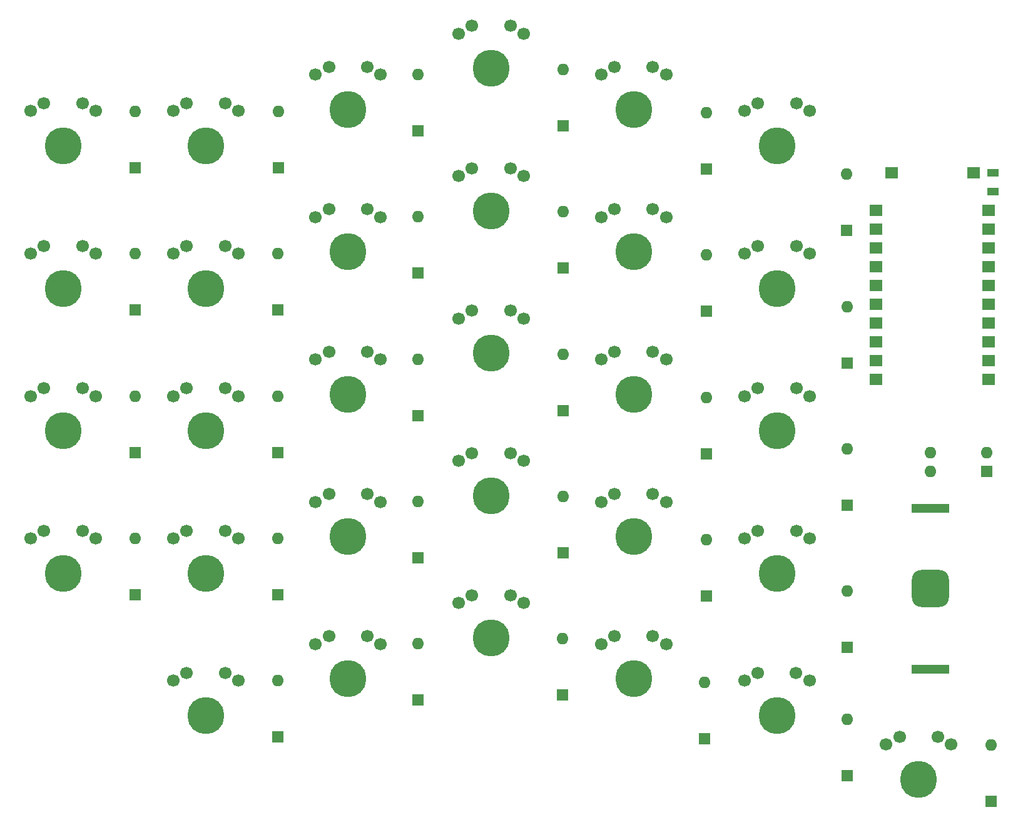
<source format=gbr>
%TF.GenerationSoftware,KiCad,Pcbnew,(6.0.8)*%
%TF.CreationDate,2023-02-14T17:54:26+07:00*%
%TF.ProjectId,dongle_256,646f6e67-6c65-45f3-9235-362e6b696361,rev?*%
%TF.SameCoordinates,Original*%
%TF.FileFunction,Soldermask,Bot*%
%TF.FilePolarity,Negative*%
%FSLAX46Y46*%
G04 Gerber Fmt 4.6, Leading zero omitted, Abs format (unit mm)*
G04 Created by KiCad (PCBNEW (6.0.8)) date 2023-02-14 17:54:26*
%MOMM*%
%LPD*%
G01*
G04 APERTURE LIST*
G04 Aperture macros list*
%AMRoundRect*
0 Rectangle with rounded corners*
0 $1 Rounding radius*
0 $2 $3 $4 $5 $6 $7 $8 $9 X,Y pos of 4 corners*
0 Add a 4 corners polygon primitive as box body*
4,1,4,$2,$3,$4,$5,$6,$7,$8,$9,$2,$3,0*
0 Add four circle primitives for the rounded corners*
1,1,$1+$1,$2,$3*
1,1,$1+$1,$4,$5*
1,1,$1+$1,$6,$7*
1,1,$1+$1,$8,$9*
0 Add four rect primitives between the rounded corners*
20,1,$1+$1,$2,$3,$4,$5,0*
20,1,$1+$1,$4,$5,$6,$7,0*
20,1,$1+$1,$6,$7,$8,$9,0*
20,1,$1+$1,$8,$9,$2,$3,0*%
G04 Aperture macros list end*
%ADD10R,1.600000X1.600000*%
%ADD11O,1.600000X1.600000*%
%ADD12C,5.000000*%
%ADD13C,1.700000*%
%ADD14R,5.100000X1.200000*%
%ADD15RoundRect,1.250000X-1.250000X1.250000X-1.250000X-1.250000X1.250000X-1.250000X1.250000X1.250000X0*%
%ADD16R,1.524000X1.000000*%
%ADD17R,1.800000X1.524000*%
G04 APERTURE END LIST*
D10*
%TO.C,D17*%
X125830000Y-92787500D03*
D11*
X125830000Y-85167500D03*
%TD*%
D12*
%TO.C,SW28*%
X115960000Y-123235500D03*
D13*
X113360000Y-117485500D03*
X118560000Y-117485500D03*
X120360000Y-118535500D03*
X111560000Y-118535500D03*
%TD*%
D10*
%TO.C,D30*%
X164300000Y-139810000D03*
D11*
X164300000Y-132190000D03*
%TD*%
D10*
%TO.C,D12*%
X144900000Y-80505000D03*
D11*
X144900000Y-72885000D03*
%TD*%
D10*
%TO.C,D21*%
X86800000Y-106855000D03*
D11*
X86800000Y-99235000D03*
%TD*%
D10*
%TO.C,D22*%
X106400000Y-106200000D03*
D11*
X106400000Y-98580000D03*
%TD*%
D12*
%TO.C,SW8*%
X58090000Y-70423000D03*
D13*
X55490000Y-64673000D03*
X60690000Y-64673000D03*
X53690000Y-65723000D03*
X62490000Y-65723000D03*
%TD*%
D12*
%TO.C,SW24*%
X135370000Y-108954500D03*
D13*
X137970000Y-103204500D03*
X132770000Y-103204500D03*
X130970000Y-104254500D03*
X139770000Y-104254500D03*
%TD*%
D10*
%TO.C,D5*%
X125834000Y-54292500D03*
D11*
X125834000Y-46672500D03*
%TD*%
D12*
%TO.C,SW27*%
X96680000Y-117695500D03*
D13*
X94080000Y-111945500D03*
X99280000Y-111945500D03*
X92280000Y-112995500D03*
X101080000Y-112995500D03*
%TD*%
D10*
%TO.C,D27*%
X106366000Y-125410250D03*
D11*
X106366000Y-117790250D03*
%TD*%
D12*
%TO.C,SW29*%
X135360000Y-128183000D03*
D13*
X132760000Y-122433000D03*
X137960000Y-122433000D03*
X139760000Y-123483000D03*
X130960000Y-123483000D03*
%TD*%
D10*
%TO.C,D20*%
X67850000Y-111849750D03*
D11*
X67850000Y-104229750D03*
%TD*%
D12*
%TO.C,SW10*%
X96690000Y-59935500D03*
D13*
X99290000Y-54185500D03*
X94090000Y-54185500D03*
X101090000Y-55235500D03*
X92290000Y-55235500D03*
%TD*%
D10*
%TO.C,D4*%
X106408000Y-48457500D03*
D11*
X106408000Y-40837500D03*
%TD*%
D12*
%TO.C,SW3*%
X77330000Y-46209750D03*
D13*
X74730000Y-40459750D03*
X79930000Y-40459750D03*
X72930000Y-41509750D03*
X81730000Y-41509750D03*
%TD*%
D10*
%TO.C,D29*%
X144870000Y-136367500D03*
D11*
X144870000Y-128747500D03*
%TD*%
D10*
%TO.C,D16*%
X106400000Y-86952500D03*
D11*
X106400000Y-79332500D03*
%TD*%
D12*
%TO.C,SW11*%
X115970000Y-65475500D03*
D13*
X113370000Y-59725500D03*
X118570000Y-59725500D03*
X120370000Y-60775500D03*
X111570000Y-60775500D03*
%TD*%
D10*
%TO.C,D18*%
X144900000Y-99752500D03*
D11*
X144900000Y-92132500D03*
%TD*%
D10*
%TO.C,D26*%
X86758000Y-126065250D03*
D11*
X86758000Y-118445250D03*
%TD*%
D12*
%TO.C,SW4*%
X96690000Y-40669750D03*
D13*
X99290000Y-34919750D03*
X94090000Y-34919750D03*
X101090000Y-35969750D03*
X92290000Y-35969750D03*
%TD*%
D10*
%TO.C,D3*%
X86812000Y-49112500D03*
D11*
X86812000Y-41492500D03*
%TD*%
D12*
%TO.C,SW17*%
X115970000Y-84741250D03*
D13*
X118570000Y-78991250D03*
X113370000Y-78991250D03*
X111570000Y-80041250D03*
X120370000Y-80041250D03*
%TD*%
D12*
%TO.C,SW19*%
X38770000Y-108954500D03*
D13*
X41370000Y-103204500D03*
X36170000Y-103204500D03*
X34370000Y-104254500D03*
X43170000Y-104254500D03*
%TD*%
D12*
%TO.C,SW26*%
X77320000Y-123235500D03*
D13*
X79920000Y-117485500D03*
X74720000Y-117485500D03*
X72920000Y-118535500D03*
X81720000Y-118535500D03*
%TD*%
D12*
%TO.C,SW1*%
X38770000Y-51157250D03*
D13*
X36170000Y-45407250D03*
X41370000Y-45407250D03*
X43170000Y-46457250D03*
X34370000Y-46457250D03*
%TD*%
D10*
%TO.C,D7*%
X48530000Y-73354750D03*
D11*
X48530000Y-65734750D03*
%TD*%
D10*
%TO.C,D11*%
X125830000Y-73540000D03*
D11*
X125830000Y-65920000D03*
%TD*%
D12*
%TO.C,SW2*%
X58090000Y-51157250D03*
D13*
X60690000Y-45407250D03*
X55490000Y-45407250D03*
X53690000Y-46457250D03*
X62490000Y-46457250D03*
%TD*%
D10*
%TO.C,D14*%
X67850000Y-92602250D03*
D11*
X67850000Y-84982250D03*
%TD*%
D12*
%TO.C,SW12*%
X135370000Y-70423000D03*
D13*
X132770000Y-64673000D03*
X137970000Y-64673000D03*
X130970000Y-65723000D03*
X139770000Y-65723000D03*
%TD*%
D12*
%TO.C,SW23*%
X115970000Y-104007000D03*
D13*
X113370000Y-98257000D03*
X118570000Y-98257000D03*
X111570000Y-99307000D03*
X120370000Y-99307000D03*
%TD*%
D12*
%TO.C,SW5*%
X115970000Y-46209750D03*
D13*
X113370000Y-40459750D03*
X118570000Y-40459750D03*
X120370000Y-41509750D03*
X111570000Y-41509750D03*
%TD*%
D12*
%TO.C,SW6*%
X135370000Y-51157250D03*
D13*
X132770000Y-45407250D03*
X137970000Y-45407250D03*
X130970000Y-46457250D03*
X139770000Y-46457250D03*
%TD*%
D10*
%TO.C,D25*%
X67800000Y-131060000D03*
D11*
X67800000Y-123440000D03*
%TD*%
D12*
%TO.C,SW14*%
X58090000Y-89688750D03*
D13*
X60690000Y-83938750D03*
X55490000Y-83938750D03*
X62490000Y-84988750D03*
X53690000Y-84988750D03*
%TD*%
D12*
%TO.C,SW20*%
X58090000Y-108954500D03*
D13*
X60690000Y-103204500D03*
X55490000Y-103204500D03*
X62490000Y-104254500D03*
X53690000Y-104254500D03*
%TD*%
D10*
%TO.C,D9*%
X86800000Y-68360000D03*
D11*
X86800000Y-60740000D03*
%TD*%
D10*
%TO.C,D19*%
X48530000Y-111849750D03*
D11*
X48530000Y-104229750D03*
%TD*%
D10*
%TO.C,D15*%
X86800000Y-87607500D03*
D11*
X86800000Y-79987500D03*
%TD*%
D10*
%TO.C,D2*%
X67866000Y-54107250D03*
D11*
X67866000Y-46487250D03*
%TD*%
D10*
%TO.C,D13*%
X48530000Y-92602250D03*
D11*
X48530000Y-84982250D03*
%TD*%
D12*
%TO.C,SW15*%
X77330000Y-84741250D03*
D13*
X74730000Y-78991250D03*
X79930000Y-78991250D03*
X72930000Y-80041250D03*
X81730000Y-80041250D03*
%TD*%
D12*
%TO.C,SW30*%
X154550000Y-136803000D03*
D13*
X151950000Y-131053000D03*
X157150000Y-131053000D03*
X150150000Y-132103000D03*
X158950000Y-132103000D03*
%TD*%
D12*
%TO.C,SW18*%
X135370000Y-89688750D03*
D13*
X132770000Y-83938750D03*
X137970000Y-83938750D03*
X139770000Y-84988750D03*
X130970000Y-84988750D03*
%TD*%
D10*
%TO.C,D6*%
X144800000Y-62560000D03*
D11*
X144800000Y-54940000D03*
%TD*%
D12*
%TO.C,SW9*%
X77330000Y-65475500D03*
D13*
X79930000Y-59725500D03*
X74730000Y-59725500D03*
X81730000Y-60775500D03*
X72930000Y-60775500D03*
%TD*%
D12*
%TO.C,SW21*%
X77330000Y-104007000D03*
D13*
X79930000Y-98257000D03*
X74730000Y-98257000D03*
X72930000Y-99307000D03*
X81730000Y-99307000D03*
%TD*%
D12*
%TO.C,SW16*%
X96690000Y-79201250D03*
D13*
X94090000Y-73451250D03*
X99290000Y-73451250D03*
X101090000Y-74501250D03*
X92290000Y-74501250D03*
%TD*%
D10*
%TO.C,D28*%
X125600000Y-131350000D03*
D11*
X125600000Y-123730000D03*
%TD*%
D10*
%TO.C,SW31*%
X163767500Y-95175000D03*
D11*
X163767500Y-92635000D03*
X156147500Y-92635000D03*
X156147500Y-95175000D03*
%TD*%
D12*
%TO.C,SW13*%
X38770000Y-89688750D03*
D13*
X41370000Y-83938750D03*
X36170000Y-83938750D03*
X43170000Y-84988750D03*
X34370000Y-84988750D03*
%TD*%
D10*
%TO.C,D8*%
X67850000Y-73354750D03*
D11*
X67850000Y-65734750D03*
%TD*%
D12*
%TO.C,SW7*%
X38770000Y-70423000D03*
D13*
X41370000Y-64673000D03*
X36170000Y-64673000D03*
X34370000Y-65723000D03*
X43170000Y-65723000D03*
%TD*%
D10*
%TO.C,D23*%
X125830000Y-112035000D03*
D11*
X125830000Y-104415000D03*
%TD*%
D10*
%TO.C,D24*%
X144900000Y-119000000D03*
D11*
X144900000Y-111380000D03*
%TD*%
D12*
%TO.C,SW22*%
X96690000Y-98467000D03*
D13*
X99290000Y-92717000D03*
X94090000Y-92717000D03*
X92290000Y-93767000D03*
X101090000Y-93767000D03*
%TD*%
D12*
%TO.C,SW25*%
X58080000Y-128183000D03*
D13*
X60680000Y-122433000D03*
X55480000Y-122433000D03*
X62480000Y-123483000D03*
X53680000Y-123483000D03*
%TD*%
D10*
%TO.C,D1*%
X48550000Y-54107250D03*
D11*
X48550000Y-46487250D03*
%TD*%
D10*
%TO.C,D10*%
X106400000Y-67705000D03*
D11*
X106400000Y-60085000D03*
%TD*%
D14*
%TO.C,BT2*%
X156150000Y-121950000D03*
X156150000Y-100150000D03*
D15*
X156150000Y-111050000D03*
%TD*%
D16*
%TO.C,J2*%
X164600000Y-57375000D03*
X164600000Y-54835000D03*
%TD*%
D17*
%TO.C,U2*%
X148780000Y-72595000D03*
X164020000Y-77675000D03*
X164020000Y-80215000D03*
X164020000Y-59895000D03*
X164020000Y-62435000D03*
X164020000Y-64975000D03*
X164020000Y-67515000D03*
X164020000Y-70055000D03*
X164020000Y-72595000D03*
X148780000Y-70055000D03*
X148780000Y-67515000D03*
X164020000Y-75135000D03*
X148780000Y-80215000D03*
X148780000Y-77675000D03*
X148780000Y-75135000D03*
X164020000Y-82755000D03*
X148780000Y-82755000D03*
X148780000Y-64975000D03*
X148780000Y-62435000D03*
X150840000Y-54815000D03*
X161960000Y-54815000D03*
X148780000Y-59895000D03*
%TD*%
M02*

</source>
